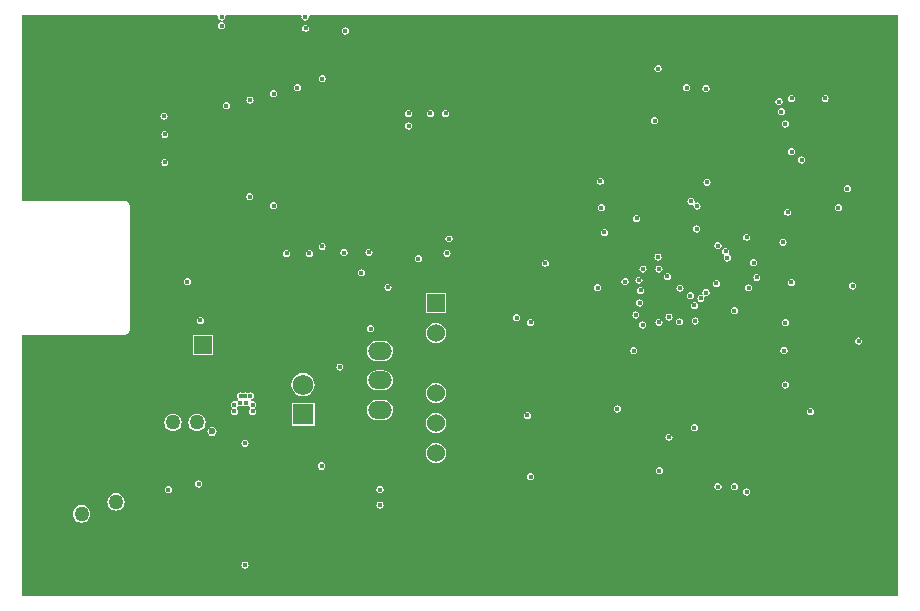
<source format=gbr>
%TF.GenerationSoftware,Altium Limited,Altium Designer,24.9.1 (31)*%
G04 Layer_Physical_Order=2*
G04 Layer_Color=36540*
%FSLAX45Y45*%
%MOMM*%
%TF.SameCoordinates,30E74C37-C7CC-4F87-9207-2BD30A255DAA*%
%TF.FilePolarity,Positive*%
%TF.FileFunction,Copper,L2,Inr,Signal*%
%TF.Part,Single*%
G01*
G75*
%TA.AperFunction,ComponentPad*%
%ADD54O,1.20000X1.70000*%
%ADD55O,1.00000X1.40000*%
%ADD56O,2.00000X1.50000*%
%ADD57R,2.00000X1.50000*%
%ADD58C,1.52400*%
%ADD59R,1.52400X1.52400*%
%ADD60R,1.75000X1.75000*%
%ADD61C,1.75000*%
%TA.AperFunction,ViaPad*%
%ADD62C,3.40000*%
%ADD63C,0.40000*%
%ADD64C,1.27000*%
%ADD65C,0.60000*%
%ADD66C,0.45000*%
G36*
X-184913Y-1212701D02*
X-7603349D01*
Y998051D01*
X-6733740D01*
X-6718133Y1001155D01*
X-6704901Y1009996D01*
X-6696061Y1023227D01*
X-6692956Y1038834D01*
Y2088140D01*
X-6696061Y2103747D01*
X-6704901Y2116978D01*
X-6718133Y2125819D01*
X-6733740Y2128924D01*
X-7603349D01*
Y3705735D01*
X-5951396D01*
X-5943336Y3693035D01*
X-5944632Y3686518D01*
X-5942303Y3674813D01*
X-5935673Y3664890D01*
X-5925749Y3658259D01*
X-5914044Y3655931D01*
X-5902339Y3658259D01*
X-5892415Y3664890D01*
X-5885785Y3674813D01*
X-5883456Y3686518D01*
X-5884753Y3693035D01*
X-5876692Y3705735D01*
X-5243774D01*
X-5235713Y3693035D01*
X-5237010Y3686518D01*
X-5234681Y3674813D01*
X-5228051Y3664890D01*
X-5218127Y3658259D01*
X-5206422Y3655931D01*
X-5194717Y3658259D01*
X-5184793Y3664890D01*
X-5178163Y3674813D01*
X-5175834Y3686518D01*
X-5177130Y3693035D01*
X-5169070Y3705735D01*
X-184913D01*
Y-1212701D01*
D02*
G37*
%LPC*%
G36*
X-5914044Y3642988D02*
X-5925749Y3640659D01*
X-5935673Y3634029D01*
X-5942303Y3624105D01*
X-5944632Y3612400D01*
X-5942303Y3600695D01*
X-5935673Y3590771D01*
X-5925749Y3584141D01*
X-5914044Y3581812D01*
X-5902339Y3584141D01*
X-5892415Y3590771D01*
X-5885785Y3600695D01*
X-5883456Y3612400D01*
X-5885785Y3624105D01*
X-5892415Y3634029D01*
X-5902339Y3640659D01*
X-5914044Y3642988D01*
D02*
G37*
G36*
X-5203040Y3622988D02*
X-5214745Y3620659D01*
X-5224669Y3614029D01*
X-5231299Y3604105D01*
X-5233628Y3592400D01*
X-5231299Y3580695D01*
X-5224669Y3570771D01*
X-5214745Y3564141D01*
X-5203040Y3561812D01*
X-5191335Y3564141D01*
X-5181411Y3570771D01*
X-5174781Y3580695D01*
X-5172452Y3592400D01*
X-5174781Y3604105D01*
X-5181411Y3614029D01*
X-5191335Y3620659D01*
X-5203040Y3622988D01*
D02*
G37*
G36*
X-4864556Y3599288D02*
X-4876261Y3596959D01*
X-4886185Y3590329D01*
X-4892815Y3580405D01*
X-4895144Y3568700D01*
X-4892815Y3556995D01*
X-4886185Y3547071D01*
X-4876261Y3540441D01*
X-4864556Y3538112D01*
X-4852851Y3540441D01*
X-4842927Y3547071D01*
X-4836297Y3556995D01*
X-4833968Y3568700D01*
X-4836297Y3580405D01*
X-4842927Y3590329D01*
X-4852851Y3596959D01*
X-4864556Y3599288D01*
D02*
G37*
G36*
X-2217722Y3278593D02*
X-2229427Y3276264D01*
X-2239351Y3269634D01*
X-2245981Y3259711D01*
X-2248309Y3248005D01*
X-2245981Y3236300D01*
X-2239351Y3226376D01*
X-2229427Y3219746D01*
X-2217722Y3217417D01*
X-2206016Y3219746D01*
X-2196093Y3226376D01*
X-2189462Y3236300D01*
X-2187134Y3248005D01*
X-2189462Y3259711D01*
X-2196093Y3269634D01*
X-2206016Y3276264D01*
X-2217722Y3278593D01*
D02*
G37*
G36*
X-5062278Y3196408D02*
X-5073983Y3194080D01*
X-5083907Y3187449D01*
X-5090537Y3177526D01*
X-5092866Y3165820D01*
X-5090537Y3154115D01*
X-5083907Y3144192D01*
X-5073983Y3137561D01*
X-5062278Y3135233D01*
X-5050573Y3137561D01*
X-5040649Y3144192D01*
X-5034019Y3154115D01*
X-5031690Y3165820D01*
X-5034019Y3177526D01*
X-5040649Y3187449D01*
X-5050573Y3194080D01*
X-5062278Y3196408D01*
D02*
G37*
G36*
X-1974522Y3117797D02*
X-1986227Y3115468D01*
X-1996151Y3108838D01*
X-2002781Y3098914D01*
X-2005110Y3087209D01*
X-2002781Y3075504D01*
X-1996151Y3065580D01*
X-1986227Y3058950D01*
X-1974522Y3056621D01*
X-1962816Y3058950D01*
X-1952893Y3065580D01*
X-1946263Y3075504D01*
X-1943934Y3087209D01*
X-1946263Y3098914D01*
X-1952893Y3108838D01*
X-1962816Y3115468D01*
X-1974522Y3117797D01*
D02*
G37*
G36*
X-5273040D02*
X-5284745Y3115468D01*
X-5294669Y3108838D01*
X-5301299Y3098914D01*
X-5303628Y3087209D01*
X-5301299Y3075504D01*
X-5294669Y3065580D01*
X-5284745Y3058950D01*
X-5273040Y3056621D01*
X-5261335Y3058950D01*
X-5251411Y3065580D01*
X-5244781Y3075504D01*
X-5242452Y3087209D01*
X-5244781Y3098914D01*
X-5251411Y3108838D01*
X-5261335Y3115468D01*
X-5273040Y3117797D01*
D02*
G37*
G36*
X-1812489Y3109699D02*
X-1824194Y3107371D01*
X-1834118Y3100741D01*
X-1840748Y3090817D01*
X-1843077Y3079112D01*
X-1840748Y3067406D01*
X-1834118Y3057483D01*
X-1824194Y3050852D01*
X-1812489Y3048524D01*
X-1800784Y3050852D01*
X-1790860Y3057483D01*
X-1784230Y3067406D01*
X-1781901Y3079112D01*
X-1784230Y3090817D01*
X-1790860Y3100741D01*
X-1800784Y3107371D01*
X-1812489Y3109699D01*
D02*
G37*
G36*
X-5473040Y3067199D02*
X-5484745Y3064871D01*
X-5494668Y3058241D01*
X-5501299Y3048317D01*
X-5503627Y3036612D01*
X-5501299Y3024906D01*
X-5494668Y3014983D01*
X-5484745Y3008352D01*
X-5473040Y3006024D01*
X-5461334Y3008352D01*
X-5451411Y3014983D01*
X-5444780Y3024906D01*
X-5442452Y3036612D01*
X-5444780Y3048317D01*
X-5451411Y3058241D01*
X-5461334Y3064871D01*
X-5473040Y3067199D01*
D02*
G37*
G36*
X-803460Y3027741D02*
X-815165Y3025413D01*
X-825089Y3018782D01*
X-831719Y3008859D01*
X-834048Y2997154D01*
X-831719Y2985448D01*
X-825089Y2975525D01*
X-815165Y2968894D01*
X-803460Y2966566D01*
X-791755Y2968894D01*
X-781831Y2975525D01*
X-775201Y2985448D01*
X-772872Y2997154D01*
X-775201Y3008859D01*
X-781831Y3018782D01*
X-791755Y3025413D01*
X-803460Y3027741D01*
D02*
G37*
G36*
X-1085680D02*
X-1097385Y3025413D01*
X-1107309Y3018782D01*
X-1113939Y3008859D01*
X-1116268Y2997154D01*
X-1113939Y2985448D01*
X-1107309Y2975525D01*
X-1097385Y2968894D01*
X-1085680Y2966566D01*
X-1073975Y2968894D01*
X-1064051Y2975525D01*
X-1057421Y2985448D01*
X-1055092Y2997154D01*
X-1057421Y3008859D01*
X-1064051Y3018782D01*
X-1073975Y3025413D01*
X-1085680Y3027741D01*
D02*
G37*
G36*
X-5673039Y3014728D02*
X-5684745Y3012399D01*
X-5694668Y3005769D01*
X-5701298Y2995845D01*
X-5703627Y2984140D01*
X-5701298Y2972435D01*
X-5694668Y2962511D01*
X-5684745Y2955881D01*
X-5673039Y2953552D01*
X-5661334Y2955881D01*
X-5651410Y2962511D01*
X-5644780Y2972435D01*
X-5642452Y2984140D01*
X-5644780Y2995845D01*
X-5651410Y3005769D01*
X-5661334Y3012399D01*
X-5673039Y3014728D01*
D02*
G37*
G36*
X-1193272Y3000300D02*
X-1204978Y2997971D01*
X-1214901Y2991341D01*
X-1221532Y2981417D01*
X-1223860Y2969712D01*
X-1221532Y2958007D01*
X-1214901Y2948083D01*
X-1204978Y2941453D01*
X-1193272Y2939124D01*
X-1181567Y2941453D01*
X-1171644Y2948083D01*
X-1165013Y2958007D01*
X-1162685Y2969712D01*
X-1165013Y2981417D01*
X-1171644Y2991341D01*
X-1181567Y2997971D01*
X-1193272Y3000300D01*
D02*
G37*
G36*
X-5872522Y2966758D02*
X-5884227Y2964429D01*
X-5894151Y2957799D01*
X-5900781Y2947875D01*
X-5903109Y2936170D01*
X-5900781Y2924465D01*
X-5894151Y2914541D01*
X-5884227Y2907911D01*
X-5872522Y2905582D01*
X-5860816Y2907911D01*
X-5850893Y2914541D01*
X-5844262Y2924465D01*
X-5841934Y2936170D01*
X-5844262Y2947875D01*
X-5850893Y2957799D01*
X-5860816Y2964429D01*
X-5872522Y2966758D01*
D02*
G37*
G36*
X-1175093Y2914945D02*
X-1186798Y2912617D01*
X-1196722Y2905986D01*
X-1203352Y2896063D01*
X-1205680Y2884357D01*
X-1203352Y2872652D01*
X-1196722Y2862729D01*
X-1186798Y2856098D01*
X-1175093Y2853770D01*
X-1163387Y2856098D01*
X-1153464Y2862729D01*
X-1146833Y2872652D01*
X-1144505Y2884357D01*
X-1146833Y2896063D01*
X-1153464Y2905986D01*
X-1163387Y2912617D01*
X-1175093Y2914945D01*
D02*
G37*
G36*
X-4016094Y2901468D02*
X-4027800Y2899139D01*
X-4037723Y2892509D01*
X-4044354Y2882585D01*
X-4046682Y2870880D01*
X-4044354Y2859175D01*
X-4037723Y2849251D01*
X-4027800Y2842621D01*
X-4016094Y2840292D01*
X-4004389Y2842621D01*
X-3994465Y2849251D01*
X-3987835Y2859175D01*
X-3985507Y2870880D01*
X-3987835Y2882585D01*
X-3994465Y2892509D01*
X-4004389Y2899139D01*
X-4016094Y2901468D01*
D02*
G37*
G36*
X-4146690D02*
X-4158396Y2899139D01*
X-4168319Y2892509D01*
X-4174949Y2882585D01*
X-4177278Y2870880D01*
X-4174949Y2859175D01*
X-4168319Y2849251D01*
X-4158396Y2842621D01*
X-4146690Y2840292D01*
X-4134985Y2842621D01*
X-4125061Y2849251D01*
X-4118431Y2859175D01*
X-4116103Y2870880D01*
X-4118431Y2882585D01*
X-4125061Y2892509D01*
X-4134985Y2899139D01*
X-4146690Y2901468D01*
D02*
G37*
G36*
X-4328514D02*
X-4340220Y2899139D01*
X-4350143Y2892509D01*
X-4356774Y2882585D01*
X-4359102Y2870880D01*
X-4356774Y2859175D01*
X-4350143Y2849251D01*
X-4340220Y2842621D01*
X-4328514Y2840292D01*
X-4316809Y2842621D01*
X-4306885Y2849251D01*
X-4300255Y2859175D01*
X-4297927Y2870880D01*
X-4300255Y2882585D01*
X-4306885Y2892509D01*
X-4316809Y2899139D01*
X-4328514Y2901468D01*
D02*
G37*
G36*
X-6401240Y2877928D02*
X-6412945Y2875599D01*
X-6422869Y2868969D01*
X-6429499Y2859045D01*
X-6431828Y2847340D01*
X-6429499Y2835635D01*
X-6422869Y2825711D01*
X-6412945Y2819081D01*
X-6401240Y2816752D01*
X-6389535Y2819081D01*
X-6379611Y2825711D01*
X-6372981Y2835635D01*
X-6370652Y2847340D01*
X-6372981Y2859045D01*
X-6379611Y2868969D01*
X-6389535Y2875599D01*
X-6401240Y2877928D01*
D02*
G37*
G36*
X-2246006Y2838888D02*
X-2257711Y2836559D01*
X-2267635Y2829929D01*
X-2274265Y2820005D01*
X-2276594Y2808300D01*
X-2274265Y2796595D01*
X-2267635Y2786671D01*
X-2257711Y2780041D01*
X-2246006Y2777712D01*
X-2234301Y2780041D01*
X-2224377Y2786671D01*
X-2217747Y2796595D01*
X-2215418Y2808300D01*
X-2217747Y2820005D01*
X-2224377Y2829929D01*
X-2234301Y2836559D01*
X-2246006Y2838888D01*
D02*
G37*
G36*
X-1139210Y2811888D02*
X-1150915Y2809559D01*
X-1160839Y2802929D01*
X-1167469Y2793005D01*
X-1169798Y2781300D01*
X-1167469Y2769595D01*
X-1160839Y2759671D01*
X-1150915Y2753041D01*
X-1139210Y2750712D01*
X-1127505Y2753041D01*
X-1117581Y2759671D01*
X-1110951Y2769595D01*
X-1108622Y2781300D01*
X-1110951Y2793005D01*
X-1117581Y2802929D01*
X-1127505Y2809559D01*
X-1139210Y2811888D01*
D02*
G37*
G36*
X-4328514Y2794108D02*
X-4340220Y2791779D01*
X-4350143Y2785149D01*
X-4356774Y2775225D01*
X-4359102Y2763520D01*
X-4356774Y2751815D01*
X-4350143Y2741891D01*
X-4340220Y2735261D01*
X-4328514Y2732932D01*
X-4316809Y2735261D01*
X-4306885Y2741891D01*
X-4300255Y2751815D01*
X-4297927Y2763520D01*
X-4300255Y2775225D01*
X-4306885Y2785149D01*
X-4316809Y2791779D01*
X-4328514Y2794108D01*
D02*
G37*
G36*
X-6393740Y2724728D02*
X-6405445Y2722399D01*
X-6415369Y2715769D01*
X-6421999Y2705845D01*
X-6424328Y2694140D01*
X-6421999Y2682435D01*
X-6415369Y2672511D01*
X-6405445Y2665881D01*
X-6393740Y2663552D01*
X-6382034Y2665881D01*
X-6372111Y2672511D01*
X-6365481Y2682435D01*
X-6363152Y2694140D01*
X-6365481Y2705845D01*
X-6372111Y2715769D01*
X-6382034Y2722399D01*
X-6393740Y2724728D01*
D02*
G37*
G36*
X-1085680Y2577149D02*
X-1097385Y2574820D01*
X-1107309Y2568190D01*
X-1113939Y2558266D01*
X-1116268Y2546561D01*
X-1113939Y2534856D01*
X-1107309Y2524932D01*
X-1097385Y2518302D01*
X-1085680Y2515973D01*
X-1073975Y2518302D01*
X-1064051Y2524932D01*
X-1057421Y2534856D01*
X-1055092Y2546561D01*
X-1057421Y2558266D01*
X-1064051Y2568190D01*
X-1073975Y2574820D01*
X-1085680Y2577149D01*
D02*
G37*
G36*
X-1003300Y2507088D02*
X-1015005Y2504759D01*
X-1024929Y2498129D01*
X-1031559Y2488205D01*
X-1033888Y2476500D01*
X-1031559Y2464795D01*
X-1024929Y2454871D01*
X-1015005Y2448241D01*
X-1003300Y2445912D01*
X-991595Y2448241D01*
X-981671Y2454871D01*
X-975041Y2464795D01*
X-972712Y2476500D01*
X-975041Y2488205D01*
X-981671Y2498129D01*
X-991595Y2504759D01*
X-1003300Y2507088D01*
D02*
G37*
G36*
X-6393740Y2486228D02*
X-6405445Y2483899D01*
X-6415369Y2477269D01*
X-6421999Y2467345D01*
X-6424328Y2455640D01*
X-6421999Y2443935D01*
X-6415369Y2434011D01*
X-6405445Y2427381D01*
X-6393740Y2425052D01*
X-6382034Y2427381D01*
X-6372111Y2434011D01*
X-6365481Y2443935D01*
X-6363152Y2455640D01*
X-6365481Y2467345D01*
X-6372111Y2477269D01*
X-6382034Y2483899D01*
X-6393740Y2486228D01*
D02*
G37*
G36*
X-2707240Y2327525D02*
X-2718945Y2325197D01*
X-2728869Y2318566D01*
X-2735499Y2308643D01*
X-2737828Y2296937D01*
X-2735499Y2285232D01*
X-2728869Y2275308D01*
X-2718945Y2268678D01*
X-2707240Y2266350D01*
X-2695535Y2268678D01*
X-2685611Y2275308D01*
X-2678981Y2285232D01*
X-2676652Y2296937D01*
X-2678981Y2308643D01*
X-2685611Y2318566D01*
X-2695535Y2325197D01*
X-2707240Y2327525D01*
D02*
G37*
G36*
X-1803400Y2316588D02*
X-1815105Y2314259D01*
X-1825029Y2307629D01*
X-1831659Y2297705D01*
X-1833988Y2286000D01*
X-1831659Y2274295D01*
X-1825029Y2264371D01*
X-1815105Y2257741D01*
X-1803400Y2255412D01*
X-1791695Y2257741D01*
X-1781771Y2264371D01*
X-1775141Y2274295D01*
X-1772812Y2286000D01*
X-1775141Y2297705D01*
X-1781771Y2307629D01*
X-1791695Y2314259D01*
X-1803400Y2316588D01*
D02*
G37*
G36*
X-616327Y2265067D02*
X-628032Y2262739D01*
X-637956Y2256108D01*
X-644586Y2246185D01*
X-646915Y2234479D01*
X-644586Y2222774D01*
X-637956Y2212851D01*
X-628032Y2206220D01*
X-616327Y2203892D01*
X-604622Y2206220D01*
X-594698Y2212851D01*
X-588068Y2222774D01*
X-585739Y2234479D01*
X-588068Y2246185D01*
X-594698Y2256108D01*
X-604622Y2262739D01*
X-616327Y2265067D01*
D02*
G37*
G36*
X-5674360Y2197208D02*
X-5686065Y2194879D01*
X-5695989Y2188249D01*
X-5702619Y2178325D01*
X-5704948Y2166620D01*
X-5702619Y2154915D01*
X-5695989Y2144991D01*
X-5686065Y2138361D01*
X-5674360Y2136032D01*
X-5662655Y2138361D01*
X-5652731Y2144991D01*
X-5646101Y2154915D01*
X-5643772Y2166620D01*
X-5646101Y2178325D01*
X-5652731Y2188249D01*
X-5662655Y2194879D01*
X-5674360Y2197208D01*
D02*
G37*
G36*
X-5473040Y2118728D02*
X-5484745Y2116399D01*
X-5494668Y2109769D01*
X-5501299Y2099845D01*
X-5503627Y2088140D01*
X-5501299Y2076435D01*
X-5494668Y2066511D01*
X-5484745Y2059881D01*
X-5473040Y2057552D01*
X-5461334Y2059881D01*
X-5451411Y2066511D01*
X-5444780Y2076435D01*
X-5442452Y2088140D01*
X-5444780Y2099845D01*
X-5451411Y2109769D01*
X-5461334Y2116399D01*
X-5473040Y2118728D01*
D02*
G37*
G36*
X-1939123Y2155464D02*
X-1950829Y2153136D01*
X-1960752Y2146505D01*
X-1967383Y2136582D01*
X-1969711Y2124877D01*
X-1967383Y2113171D01*
X-1960752Y2103248D01*
X-1950829Y2096617D01*
X-1939123Y2094289D01*
X-1928585Y2096385D01*
X-1923538Y2093363D01*
X-1917281Y2088116D01*
X-1917737Y2085824D01*
X-1915408Y2074119D01*
X-1908778Y2064196D01*
X-1898854Y2057565D01*
X-1887149Y2055237D01*
X-1875444Y2057565D01*
X-1865520Y2064196D01*
X-1858890Y2074119D01*
X-1856561Y2085824D01*
X-1858890Y2097530D01*
X-1865520Y2107453D01*
X-1875444Y2114084D01*
X-1887149Y2116412D01*
X-1897688Y2114316D01*
X-1902735Y2117338D01*
X-1908992Y2122585D01*
X-1908536Y2124877D01*
X-1910864Y2136582D01*
X-1917495Y2146505D01*
X-1927418Y2153136D01*
X-1939123Y2155464D01*
D02*
G37*
G36*
X-2697440Y2104146D02*
X-2709145Y2101817D01*
X-2719069Y2095187D01*
X-2725699Y2085264D01*
X-2728028Y2073558D01*
X-2725699Y2061853D01*
X-2719069Y2051929D01*
X-2709145Y2045299D01*
X-2697440Y2042971D01*
X-2685735Y2045299D01*
X-2675811Y2051929D01*
X-2669181Y2061853D01*
X-2666852Y2073558D01*
X-2669181Y2085264D01*
X-2675811Y2095187D01*
X-2685735Y2101817D01*
X-2697440Y2104146D01*
D02*
G37*
G36*
X-691800Y2102340D02*
X-703505Y2100012D01*
X-713429Y2093382D01*
X-720059Y2083458D01*
X-722388Y2071753D01*
X-720059Y2060047D01*
X-713429Y2050124D01*
X-703505Y2043493D01*
X-691800Y2041165D01*
X-680095Y2043493D01*
X-670171Y2050124D01*
X-663541Y2060047D01*
X-661212Y2071753D01*
X-663541Y2083458D01*
X-670171Y2093382D01*
X-680095Y2100012D01*
X-691800Y2102340D01*
D02*
G37*
G36*
X-1121644Y2065146D02*
X-1133350Y2062818D01*
X-1143273Y2056188D01*
X-1149904Y2046264D01*
X-1152232Y2034559D01*
X-1149904Y2022853D01*
X-1143273Y2012930D01*
X-1133350Y2006300D01*
X-1121644Y2003971D01*
X-1109939Y2006300D01*
X-1100016Y2012930D01*
X-1093385Y2022853D01*
X-1091057Y2034559D01*
X-1093385Y2046264D01*
X-1100016Y2056188D01*
X-1109939Y2062818D01*
X-1121644Y2065146D01*
D02*
G37*
G36*
X-2400300Y2011788D02*
X-2412005Y2009459D01*
X-2421929Y2002829D01*
X-2428559Y1992905D01*
X-2430888Y1981200D01*
X-2428559Y1969495D01*
X-2421929Y1959571D01*
X-2412005Y1952941D01*
X-2400300Y1950612D01*
X-2388595Y1952941D01*
X-2378671Y1959571D01*
X-2372041Y1969495D01*
X-2369712Y1981200D01*
X-2372041Y1992905D01*
X-2378671Y2002829D01*
X-2388595Y2009459D01*
X-2400300Y2011788D01*
D02*
G37*
G36*
X-1891997Y1922518D02*
X-1903702Y1920190D01*
X-1913626Y1913560D01*
X-1920256Y1903636D01*
X-1922585Y1891931D01*
X-1920256Y1880225D01*
X-1913626Y1870302D01*
X-1903702Y1863671D01*
X-1891997Y1861343D01*
X-1880292Y1863671D01*
X-1870368Y1870302D01*
X-1863738Y1880225D01*
X-1861409Y1891931D01*
X-1863738Y1903636D01*
X-1870368Y1913560D01*
X-1880292Y1920190D01*
X-1891997Y1922518D01*
D02*
G37*
G36*
X-2672440Y1893762D02*
X-2684146Y1891434D01*
X-2694069Y1884803D01*
X-2700699Y1874880D01*
X-2703028Y1863174D01*
X-2700699Y1851469D01*
X-2694069Y1841545D01*
X-2684146Y1834915D01*
X-2672440Y1832587D01*
X-2660735Y1834915D01*
X-2650811Y1841545D01*
X-2644181Y1851469D01*
X-2641852Y1863174D01*
X-2644181Y1874880D01*
X-2650811Y1884803D01*
X-2660735Y1891434D01*
X-2672440Y1893762D01*
D02*
G37*
G36*
X-1466500Y1853557D02*
X-1478205Y1851229D01*
X-1488129Y1844598D01*
X-1494759Y1834675D01*
X-1497088Y1822969D01*
X-1494759Y1811264D01*
X-1488129Y1801341D01*
X-1478205Y1794710D01*
X-1466500Y1792382D01*
X-1454795Y1794710D01*
X-1444871Y1801341D01*
X-1438241Y1811264D01*
X-1435912Y1822969D01*
X-1438241Y1834675D01*
X-1444871Y1844598D01*
X-1454795Y1851229D01*
X-1466500Y1853557D01*
D02*
G37*
G36*
X-3987593Y1838873D02*
X-3999298Y1836544D01*
X-4009222Y1829914D01*
X-4015852Y1819990D01*
X-4018180Y1808285D01*
X-4015852Y1796580D01*
X-4009222Y1786656D01*
X-3999298Y1780026D01*
X-3987593Y1777697D01*
X-3975887Y1780026D01*
X-3965964Y1786656D01*
X-3959333Y1796580D01*
X-3957005Y1808285D01*
X-3959333Y1819990D01*
X-3965964Y1829914D01*
X-3975887Y1836544D01*
X-3987593Y1838873D01*
D02*
G37*
G36*
X-1160644Y1810588D02*
X-1172350Y1808260D01*
X-1182273Y1801629D01*
X-1188904Y1791706D01*
X-1191232Y1780001D01*
X-1188904Y1768295D01*
X-1182273Y1758372D01*
X-1172350Y1751741D01*
X-1160644Y1749413D01*
X-1148939Y1751741D01*
X-1139016Y1758372D01*
X-1132385Y1768295D01*
X-1130057Y1780001D01*
X-1132385Y1791706D01*
X-1139016Y1801629D01*
X-1148939Y1808260D01*
X-1160644Y1810588D01*
D02*
G37*
G36*
X-1711180Y1782304D02*
X-1722886Y1779976D01*
X-1732809Y1773345D01*
X-1739439Y1763422D01*
X-1741768Y1751716D01*
X-1739439Y1740011D01*
X-1732809Y1730087D01*
X-1722886Y1723457D01*
X-1711180Y1721129D01*
X-1699475Y1723457D01*
X-1689551Y1730087D01*
X-1682921Y1740011D01*
X-1680593Y1751716D01*
X-1682921Y1763422D01*
X-1689551Y1773345D01*
X-1699475Y1779976D01*
X-1711180Y1782304D01*
D02*
G37*
G36*
X-5062278Y1776026D02*
X-5073983Y1773698D01*
X-5083907Y1767068D01*
X-5090537Y1757144D01*
X-5092866Y1745439D01*
X-5090537Y1733733D01*
X-5083907Y1723810D01*
X-5073983Y1717179D01*
X-5062278Y1714851D01*
X-5050573Y1717179D01*
X-5040649Y1723810D01*
X-5034019Y1733733D01*
X-5031690Y1745439D01*
X-5034019Y1757144D01*
X-5040649Y1767068D01*
X-5050573Y1773698D01*
X-5062278Y1776026D01*
D02*
G37*
G36*
X-4666235Y1725735D02*
X-4677941Y1723407D01*
X-4687864Y1716776D01*
X-4694495Y1706853D01*
X-4696823Y1695147D01*
X-4694495Y1683442D01*
X-4687864Y1673519D01*
X-4677941Y1666888D01*
X-4666235Y1664560D01*
X-4654530Y1666888D01*
X-4644606Y1673519D01*
X-4637976Y1683442D01*
X-4635648Y1695147D01*
X-4637976Y1706853D01*
X-4644606Y1716776D01*
X-4654530Y1723407D01*
X-4666235Y1725735D01*
D02*
G37*
G36*
X-4876817Y1722202D02*
X-4888523Y1719873D01*
X-4898446Y1713243D01*
X-4905077Y1703319D01*
X-4907405Y1691614D01*
X-4905077Y1679909D01*
X-4898446Y1669985D01*
X-4888523Y1663355D01*
X-4876817Y1661026D01*
X-4865112Y1663355D01*
X-4855188Y1669985D01*
X-4848558Y1679909D01*
X-4846230Y1691614D01*
X-4848558Y1703319D01*
X-4855188Y1713243D01*
X-4865112Y1719873D01*
X-4876817Y1722202D01*
D02*
G37*
G36*
X-5363903Y1717277D02*
X-5375609Y1714948D01*
X-5385532Y1708318D01*
X-5392163Y1698394D01*
X-5394491Y1686689D01*
X-5392163Y1674984D01*
X-5385532Y1665060D01*
X-5375609Y1658430D01*
X-5363903Y1656101D01*
X-5352198Y1658430D01*
X-5342275Y1665060D01*
X-5335644Y1674984D01*
X-5333316Y1686689D01*
X-5335644Y1698394D01*
X-5342275Y1708318D01*
X-5352198Y1714948D01*
X-5363903Y1717277D01*
D02*
G37*
G36*
X-5171156Y1716187D02*
X-5182861Y1713858D01*
X-5192784Y1707228D01*
X-5199415Y1697304D01*
X-5201743Y1685599D01*
X-5199415Y1673894D01*
X-5192784Y1663970D01*
X-5182861Y1657340D01*
X-5171156Y1655011D01*
X-5159450Y1657340D01*
X-5149527Y1663970D01*
X-5142896Y1673894D01*
X-5140568Y1685599D01*
X-5142896Y1697304D01*
X-5149527Y1707228D01*
X-5159450Y1713858D01*
X-5171156Y1716187D01*
D02*
G37*
G36*
X-4005379Y1715414D02*
X-4017084Y1713085D01*
X-4027007Y1706455D01*
X-4033638Y1696531D01*
X-4035966Y1684826D01*
X-4033638Y1673121D01*
X-4027007Y1663197D01*
X-4017084Y1656567D01*
X-4005379Y1654238D01*
X-3993673Y1656567D01*
X-3983750Y1663197D01*
X-3977119Y1673121D01*
X-3974791Y1684826D01*
X-3977119Y1696531D01*
X-3983750Y1706455D01*
X-3993673Y1713085D01*
X-4005379Y1715414D01*
D02*
G37*
G36*
X-2218995Y1685113D02*
X-2230700Y1682784D01*
X-2240624Y1676154D01*
X-2247254Y1666230D01*
X-2249583Y1654525D01*
X-2247254Y1642820D01*
X-2240624Y1632896D01*
X-2230700Y1626266D01*
X-2218995Y1623937D01*
X-2207290Y1626266D01*
X-2197366Y1632896D01*
X-2190736Y1642820D01*
X-2188407Y1654525D01*
X-2190736Y1666230D01*
X-2197366Y1676154D01*
X-2207290Y1682784D01*
X-2218995Y1685113D01*
D02*
G37*
G36*
X-1647087Y1734288D02*
X-1658792Y1731959D01*
X-1668715Y1725329D01*
X-1675346Y1715405D01*
X-1677674Y1703700D01*
X-1675346Y1691995D01*
X-1668715Y1682071D01*
X-1661224Y1677066D01*
X-1658623Y1674129D01*
X-1657078Y1662151D01*
X-1659810Y1658061D01*
X-1662139Y1646356D01*
X-1659810Y1634651D01*
X-1653180Y1624727D01*
X-1643257Y1618097D01*
X-1631551Y1615768D01*
X-1619846Y1618097D01*
X-1609922Y1624727D01*
X-1603292Y1634651D01*
X-1600964Y1646356D01*
X-1603292Y1658061D01*
X-1609922Y1667985D01*
X-1617414Y1672990D01*
X-1620015Y1675927D01*
X-1621560Y1687905D01*
X-1618827Y1691995D01*
X-1616499Y1703700D01*
X-1618827Y1715405D01*
X-1625458Y1725329D01*
X-1635381Y1731959D01*
X-1647087Y1734288D01*
D02*
G37*
G36*
X-4247416Y1672349D02*
X-4259122Y1670021D01*
X-4269045Y1663390D01*
X-4275676Y1653467D01*
X-4278004Y1641761D01*
X-4275676Y1630056D01*
X-4269045Y1620132D01*
X-4259122Y1613502D01*
X-4247416Y1611174D01*
X-4235711Y1613502D01*
X-4225788Y1620132D01*
X-4219157Y1630056D01*
X-4216829Y1641761D01*
X-4219157Y1653467D01*
X-4225788Y1663390D01*
X-4235711Y1670021D01*
X-4247416Y1672349D01*
D02*
G37*
G36*
X-1409700Y1638408D02*
X-1421405Y1636079D01*
X-1431329Y1629449D01*
X-1437959Y1619525D01*
X-1440288Y1607820D01*
X-1437959Y1596115D01*
X-1431329Y1586191D01*
X-1421405Y1579561D01*
X-1409700Y1577232D01*
X-1397995Y1579561D01*
X-1388071Y1586191D01*
X-1381441Y1596115D01*
X-1379112Y1607820D01*
X-1381441Y1619525D01*
X-1388071Y1629449D01*
X-1397995Y1636079D01*
X-1409700Y1638408D01*
D02*
G37*
G36*
X-3173340Y1633526D02*
X-3185045Y1631198D01*
X-3194969Y1624567D01*
X-3201599Y1614644D01*
X-3203928Y1602939D01*
X-3201599Y1591233D01*
X-3194969Y1581310D01*
X-3185045Y1574679D01*
X-3173340Y1572351D01*
X-3161635Y1574679D01*
X-3151711Y1581310D01*
X-3145081Y1591233D01*
X-3142752Y1602939D01*
X-3145081Y1614644D01*
X-3151711Y1624567D01*
X-3161635Y1631198D01*
X-3173340Y1633526D01*
D02*
G37*
G36*
X-2345001Y1584314D02*
X-2356706Y1581985D01*
X-2366630Y1575355D01*
X-2373260Y1565431D01*
X-2375589Y1553726D01*
X-2373260Y1542021D01*
X-2366630Y1532097D01*
X-2356706Y1525467D01*
X-2345001Y1523138D01*
X-2333296Y1525467D01*
X-2323372Y1532097D01*
X-2316742Y1542021D01*
X-2314413Y1553726D01*
X-2316742Y1565431D01*
X-2323372Y1575355D01*
X-2333296Y1581985D01*
X-2345001Y1584314D01*
D02*
G37*
G36*
X-2210650Y1583930D02*
X-2222356Y1581602D01*
X-2232279Y1574971D01*
X-2238910Y1565048D01*
X-2241238Y1553342D01*
X-2238910Y1541637D01*
X-2232279Y1531713D01*
X-2222356Y1525083D01*
X-2210650Y1522755D01*
X-2198945Y1525083D01*
X-2189022Y1531713D01*
X-2182391Y1541637D01*
X-2180063Y1553342D01*
X-2182391Y1565048D01*
X-2189022Y1574971D01*
X-2198945Y1581602D01*
X-2210650Y1583930D01*
D02*
G37*
G36*
X-4730541Y1551080D02*
X-4742246Y1548752D01*
X-4752170Y1542121D01*
X-4758800Y1532198D01*
X-4761129Y1520493D01*
X-4758800Y1508787D01*
X-4752170Y1498864D01*
X-4742246Y1492233D01*
X-4730541Y1489905D01*
X-4718836Y1492233D01*
X-4708912Y1498864D01*
X-4702282Y1508787D01*
X-4699953Y1520493D01*
X-4702282Y1532198D01*
X-4708912Y1542121D01*
X-4718836Y1548752D01*
X-4730541Y1551080D01*
D02*
G37*
G36*
X-2140168Y1522796D02*
X-2151874Y1520467D01*
X-2161797Y1513837D01*
X-2168428Y1503913D01*
X-2170756Y1492208D01*
X-2168428Y1480503D01*
X-2161797Y1470579D01*
X-2151874Y1463949D01*
X-2140168Y1461620D01*
X-2128463Y1463949D01*
X-2118540Y1470579D01*
X-2111909Y1480503D01*
X-2109581Y1492208D01*
X-2111909Y1503913D01*
X-2118540Y1513837D01*
X-2128463Y1520467D01*
X-2140168Y1522796D01*
D02*
G37*
G36*
X-1381462Y1513888D02*
X-1393167Y1511559D01*
X-1403090Y1504929D01*
X-1409721Y1495005D01*
X-1412049Y1483300D01*
X-1409721Y1471595D01*
X-1403090Y1461671D01*
X-1393167Y1455041D01*
X-1381462Y1452712D01*
X-1369756Y1455041D01*
X-1359833Y1461671D01*
X-1353202Y1471595D01*
X-1350874Y1483300D01*
X-1353202Y1495005D01*
X-1359833Y1504929D01*
X-1369756Y1511559D01*
X-1381462Y1513888D01*
D02*
G37*
G36*
X-2380322Y1489946D02*
X-2392027Y1487618D01*
X-2401950Y1480987D01*
X-2408581Y1471064D01*
X-2410909Y1459358D01*
X-2408581Y1447653D01*
X-2401950Y1437729D01*
X-2392027Y1431099D01*
X-2380322Y1428771D01*
X-2368616Y1431099D01*
X-2358693Y1437729D01*
X-2352062Y1447653D01*
X-2349734Y1459358D01*
X-2352062Y1471064D01*
X-2358693Y1480987D01*
X-2368616Y1487618D01*
X-2380322Y1489946D01*
D02*
G37*
G36*
X-6202182Y1476987D02*
X-6213887Y1474659D01*
X-6223811Y1468028D01*
X-6230441Y1458105D01*
X-6232769Y1446399D01*
X-6230441Y1434694D01*
X-6223811Y1424771D01*
X-6213887Y1418140D01*
X-6202182Y1415812D01*
X-6190476Y1418140D01*
X-6180553Y1424771D01*
X-6173922Y1434694D01*
X-6171594Y1446399D01*
X-6173922Y1458105D01*
X-6180553Y1468028D01*
X-6190476Y1474659D01*
X-6202182Y1476987D01*
D02*
G37*
G36*
X-2497440Y1475767D02*
X-2509145Y1473439D01*
X-2519069Y1466808D01*
X-2525699Y1456885D01*
X-2528028Y1445179D01*
X-2525699Y1433474D01*
X-2519069Y1423551D01*
X-2509145Y1416920D01*
X-2497440Y1414592D01*
X-2485735Y1416920D01*
X-2475811Y1423551D01*
X-2469181Y1433474D01*
X-2466852Y1445179D01*
X-2469181Y1456885D01*
X-2475811Y1466808D01*
X-2485735Y1473439D01*
X-2497440Y1475767D01*
D02*
G37*
G36*
X-1090080Y1470050D02*
X-1101785Y1467721D01*
X-1111709Y1461091D01*
X-1118339Y1451168D01*
X-1120668Y1439462D01*
X-1118339Y1427757D01*
X-1111709Y1417833D01*
X-1101785Y1411203D01*
X-1090080Y1408874D01*
X-1078375Y1411203D01*
X-1068451Y1417833D01*
X-1061821Y1427757D01*
X-1059492Y1439462D01*
X-1061821Y1451168D01*
X-1068451Y1461091D01*
X-1078375Y1467721D01*
X-1090080Y1470050D01*
D02*
G37*
G36*
X-1725480Y1461699D02*
X-1737185Y1459371D01*
X-1747109Y1452740D01*
X-1753739Y1442817D01*
X-1756068Y1431111D01*
X-1753739Y1419406D01*
X-1747109Y1409483D01*
X-1737185Y1402852D01*
X-1725480Y1400524D01*
X-1713775Y1402852D01*
X-1703851Y1409483D01*
X-1697221Y1419406D01*
X-1694892Y1431111D01*
X-1697221Y1442817D01*
X-1703851Y1452740D01*
X-1713775Y1459371D01*
X-1725480Y1461699D01*
D02*
G37*
G36*
X-569300Y1440308D02*
X-581005Y1437979D01*
X-590929Y1431349D01*
X-597559Y1421425D01*
X-599888Y1409720D01*
X-597559Y1398014D01*
X-590929Y1388091D01*
X-581005Y1381461D01*
X-569300Y1379132D01*
X-557595Y1381461D01*
X-547671Y1388091D01*
X-541041Y1398014D01*
X-538712Y1409720D01*
X-541041Y1421425D01*
X-547671Y1431349D01*
X-557595Y1437979D01*
X-569300Y1440308D01*
D02*
G37*
G36*
X-4505361Y1429287D02*
X-4517066Y1426959D01*
X-4526990Y1420328D01*
X-4533620Y1410405D01*
X-4535949Y1398700D01*
X-4533620Y1386994D01*
X-4526990Y1377071D01*
X-4517066Y1370440D01*
X-4505361Y1368112D01*
X-4493655Y1370440D01*
X-4483732Y1377071D01*
X-4477102Y1386994D01*
X-4474773Y1398700D01*
X-4477102Y1410405D01*
X-4483732Y1420328D01*
X-4493655Y1426959D01*
X-4505361Y1429287D01*
D02*
G37*
G36*
X-2730500Y1426588D02*
X-2742205Y1424259D01*
X-2752129Y1417629D01*
X-2758759Y1407705D01*
X-2761088Y1396000D01*
X-2758759Y1384295D01*
X-2752129Y1374371D01*
X-2742205Y1367741D01*
X-2730500Y1365412D01*
X-2718795Y1367741D01*
X-2708871Y1374371D01*
X-2702241Y1384295D01*
X-2699912Y1396000D01*
X-2702241Y1407705D01*
X-2708871Y1417629D01*
X-2718795Y1424259D01*
X-2730500Y1426588D01*
D02*
G37*
G36*
X-1451461Y1424088D02*
X-1463167Y1421759D01*
X-1473090Y1415129D01*
X-1479721Y1405205D01*
X-1482049Y1393500D01*
X-1479721Y1381795D01*
X-1473090Y1371871D01*
X-1463167Y1365241D01*
X-1451461Y1362912D01*
X-1439756Y1365241D01*
X-1429833Y1371871D01*
X-1423202Y1381795D01*
X-1420874Y1393500D01*
X-1423202Y1405205D01*
X-1429833Y1415129D01*
X-1439756Y1421759D01*
X-1451461Y1424088D01*
D02*
G37*
G36*
X-2032540Y1421708D02*
X-2044245Y1419379D01*
X-2054169Y1412749D01*
X-2060799Y1402825D01*
X-2063127Y1391120D01*
X-2060799Y1379415D01*
X-2054169Y1369491D01*
X-2044245Y1362861D01*
X-2032540Y1360532D01*
X-2020834Y1362861D01*
X-2010911Y1369491D01*
X-2004280Y1379415D01*
X-2001952Y1391120D01*
X-2004280Y1402825D01*
X-2010911Y1412749D01*
X-2020834Y1419379D01*
X-2032540Y1421708D01*
D02*
G37*
G36*
X-2365267Y1403567D02*
X-2376973Y1401239D01*
X-2386896Y1394609D01*
X-2393527Y1384685D01*
X-2395855Y1372980D01*
X-2393527Y1361274D01*
X-2386896Y1351351D01*
X-2376973Y1344720D01*
X-2365267Y1342392D01*
X-2353562Y1344720D01*
X-2343638Y1351351D01*
X-2337008Y1361274D01*
X-2334680Y1372980D01*
X-2337008Y1384685D01*
X-2343638Y1394609D01*
X-2353562Y1401239D01*
X-2365267Y1403567D01*
D02*
G37*
G36*
X-1812489Y1383810D02*
X-1824194Y1381481D01*
X-1834118Y1374851D01*
X-1840748Y1364927D01*
X-1843077Y1353222D01*
X-1841571Y1345653D01*
X-1848620Y1336467D01*
X-1851358Y1334710D01*
X-1855880Y1335609D01*
X-1867585Y1333281D01*
X-1877509Y1326651D01*
X-1884139Y1316727D01*
X-1886468Y1305022D01*
X-1884139Y1293316D01*
X-1877509Y1283393D01*
X-1867585Y1276762D01*
X-1855880Y1274434D01*
X-1844175Y1276762D01*
X-1834251Y1283393D01*
X-1827621Y1293316D01*
X-1825292Y1305022D01*
X-1826798Y1312590D01*
X-1819749Y1321777D01*
X-1817011Y1323534D01*
X-1812489Y1322634D01*
X-1800784Y1324963D01*
X-1790860Y1331593D01*
X-1784230Y1341516D01*
X-1781901Y1353222D01*
X-1784230Y1364927D01*
X-1790860Y1374851D01*
X-1800784Y1381481D01*
X-1812489Y1383810D01*
D02*
G37*
G36*
X-1945325Y1357596D02*
X-1957030Y1355268D01*
X-1966954Y1348638D01*
X-1973584Y1338714D01*
X-1975913Y1327009D01*
X-1973584Y1315303D01*
X-1966954Y1305380D01*
X-1957030Y1298749D01*
X-1945325Y1296421D01*
X-1933620Y1298749D01*
X-1923696Y1305380D01*
X-1917066Y1315303D01*
X-1914737Y1327009D01*
X-1917066Y1338714D01*
X-1923696Y1348638D01*
X-1933620Y1355268D01*
X-1945325Y1357596D01*
D02*
G37*
G36*
X-2373187Y1296522D02*
X-2384892Y1294193D01*
X-2394816Y1287563D01*
X-2401446Y1277639D01*
X-2403775Y1265934D01*
X-2401446Y1254229D01*
X-2394816Y1244305D01*
X-2384892Y1237675D01*
X-2373187Y1235346D01*
X-2361482Y1237675D01*
X-2351558Y1244305D01*
X-2344928Y1254229D01*
X-2342599Y1265934D01*
X-2344928Y1277639D01*
X-2351558Y1287563D01*
X-2361482Y1294193D01*
X-2373187Y1296522D01*
D02*
G37*
G36*
X-1910898Y1277523D02*
X-1922603Y1275195D01*
X-1932526Y1268564D01*
X-1939157Y1258641D01*
X-1941485Y1246936D01*
X-1939157Y1235230D01*
X-1932526Y1225307D01*
X-1922603Y1218676D01*
X-1910898Y1216348D01*
X-1899192Y1218676D01*
X-1889269Y1225307D01*
X-1882638Y1235230D01*
X-1880310Y1246936D01*
X-1882638Y1258641D01*
X-1889269Y1268564D01*
X-1899192Y1275195D01*
X-1910898Y1277523D01*
D02*
G37*
G36*
X-4013394Y1352700D02*
X-4185794D01*
Y1180300D01*
X-4013394D01*
Y1352700D01*
D02*
G37*
G36*
X-1571180Y1232395D02*
X-1582886Y1230067D01*
X-1592809Y1223436D01*
X-1599440Y1213513D01*
X-1601768Y1201808D01*
X-1599440Y1190102D01*
X-1592809Y1180179D01*
X-1582886Y1173548D01*
X-1571180Y1171220D01*
X-1559475Y1173548D01*
X-1549551Y1180179D01*
X-1542921Y1190102D01*
X-1540593Y1201808D01*
X-1542921Y1213513D01*
X-1549551Y1223436D01*
X-1559475Y1230067D01*
X-1571180Y1232395D01*
D02*
G37*
G36*
X-2405980Y1194790D02*
X-2417685Y1192462D01*
X-2427609Y1185832D01*
X-2434239Y1175908D01*
X-2436568Y1164203D01*
X-2434239Y1152497D01*
X-2427609Y1142574D01*
X-2417685Y1135943D01*
X-2405980Y1133615D01*
X-2394275Y1135943D01*
X-2384351Y1142574D01*
X-2377721Y1152497D01*
X-2375392Y1164203D01*
X-2377721Y1175908D01*
X-2384351Y1185832D01*
X-2394275Y1192462D01*
X-2405980Y1194790D01*
D02*
G37*
G36*
X-2125240Y1177374D02*
X-2136945Y1175046D01*
X-2146868Y1168415D01*
X-2153499Y1158492D01*
X-2155827Y1146786D01*
X-2153499Y1135081D01*
X-2146868Y1125158D01*
X-2136945Y1118527D01*
X-2125240Y1116199D01*
X-2113534Y1118527D01*
X-2103611Y1125158D01*
X-2096980Y1135081D01*
X-2094652Y1146786D01*
X-2096980Y1158492D01*
X-2103611Y1168415D01*
X-2113534Y1175046D01*
X-2125240Y1177374D01*
D02*
G37*
G36*
X-3415743Y1171225D02*
X-3427448Y1168897D01*
X-3437372Y1162266D01*
X-3444002Y1152343D01*
X-3446331Y1140637D01*
X-3444002Y1128932D01*
X-3437372Y1119008D01*
X-3427448Y1112378D01*
X-3415743Y1110050D01*
X-3404038Y1112378D01*
X-3394114Y1119008D01*
X-3387484Y1128932D01*
X-3385155Y1140637D01*
X-3387484Y1152343D01*
X-3394114Y1162266D01*
X-3404038Y1168897D01*
X-3415743Y1171225D01*
D02*
G37*
G36*
X-6092928Y1148777D02*
X-6104633Y1146449D01*
X-6114557Y1139818D01*
X-6121187Y1129895D01*
X-6123516Y1118190D01*
X-6121187Y1106484D01*
X-6114557Y1096561D01*
X-6104633Y1089930D01*
X-6092928Y1087602D01*
X-6081223Y1089930D01*
X-6071299Y1096561D01*
X-6064669Y1106484D01*
X-6062340Y1118190D01*
X-6064669Y1129895D01*
X-6071299Y1139818D01*
X-6081223Y1146449D01*
X-6092928Y1148777D01*
D02*
G37*
G36*
X-1904120Y1143433D02*
X-1915825Y1141104D01*
X-1925749Y1134474D01*
X-1932379Y1124550D01*
X-1934708Y1112845D01*
X-1932379Y1101140D01*
X-1925749Y1091216D01*
X-1915825Y1084586D01*
X-1904120Y1082257D01*
X-1892415Y1084586D01*
X-1882491Y1091216D01*
X-1875861Y1101140D01*
X-1873532Y1112845D01*
X-1875861Y1124550D01*
X-1882491Y1134474D01*
X-1892415Y1141104D01*
X-1904120Y1143433D01*
D02*
G37*
G36*
X-2038541Y1136268D02*
X-2050246Y1133939D01*
X-2060170Y1127309D01*
X-2066800Y1117385D01*
X-2069128Y1105680D01*
X-2066800Y1093975D01*
X-2060170Y1084051D01*
X-2050246Y1077421D01*
X-2038541Y1075092D01*
X-2026835Y1077421D01*
X-2016912Y1084051D01*
X-2010281Y1093975D01*
X-2007953Y1105680D01*
X-2010281Y1117385D01*
X-2016912Y1127309D01*
X-2026835Y1133939D01*
X-2038541Y1136268D01*
D02*
G37*
G36*
X-2210650Y1130943D02*
X-2222356Y1128614D01*
X-2232279Y1121984D01*
X-2238910Y1112060D01*
X-2241238Y1100355D01*
X-2238910Y1088650D01*
X-2232279Y1078726D01*
X-2222356Y1072096D01*
X-2210650Y1069767D01*
X-2198945Y1072096D01*
X-2189022Y1078726D01*
X-2182391Y1088650D01*
X-2180063Y1100355D01*
X-2182391Y1112060D01*
X-2189022Y1121984D01*
X-2198945Y1128614D01*
X-2210650Y1130943D01*
D02*
G37*
G36*
X-3296457D02*
X-3308163Y1128614D01*
X-3318086Y1121984D01*
X-3324716Y1112060D01*
X-3327045Y1100355D01*
X-3324716Y1088650D01*
X-3318086Y1078726D01*
X-3308163Y1072096D01*
X-3296457Y1069767D01*
X-3284752Y1072096D01*
X-3274828Y1078726D01*
X-3268198Y1088650D01*
X-3265870Y1100355D01*
X-3268198Y1112060D01*
X-3274828Y1121984D01*
X-3284752Y1128614D01*
X-3296457Y1130943D01*
D02*
G37*
G36*
X-1139210Y1130316D02*
X-1150915Y1127987D01*
X-1160839Y1121357D01*
X-1167469Y1111433D01*
X-1169798Y1099728D01*
X-1167469Y1088023D01*
X-1160839Y1078099D01*
X-1150915Y1071469D01*
X-1139210Y1069140D01*
X-1127505Y1071469D01*
X-1117581Y1078099D01*
X-1110951Y1088023D01*
X-1108622Y1099728D01*
X-1110951Y1111433D01*
X-1117581Y1121357D01*
X-1127505Y1127987D01*
X-1139210Y1130316D01*
D02*
G37*
G36*
X-2348537Y1110503D02*
X-2360242Y1108175D01*
X-2370165Y1101544D01*
X-2376796Y1091621D01*
X-2379124Y1079916D01*
X-2376796Y1068210D01*
X-2370165Y1058287D01*
X-2360242Y1051656D01*
X-2348537Y1049328D01*
X-2336831Y1051656D01*
X-2326908Y1058287D01*
X-2320277Y1068210D01*
X-2317949Y1079916D01*
X-2320277Y1091621D01*
X-2326908Y1101544D01*
X-2336831Y1108175D01*
X-2348537Y1110503D01*
D02*
G37*
G36*
X-4650170Y1078427D02*
X-4661875Y1076098D01*
X-4671799Y1069468D01*
X-4678429Y1059544D01*
X-4680757Y1047839D01*
X-4678429Y1036134D01*
X-4671799Y1026210D01*
X-4661875Y1019580D01*
X-4650170Y1017251D01*
X-4638464Y1019580D01*
X-4628541Y1026210D01*
X-4621910Y1036134D01*
X-4619582Y1047839D01*
X-4621910Y1059544D01*
X-4628541Y1069468D01*
X-4638464Y1076098D01*
X-4650170Y1078427D01*
D02*
G37*
G36*
X-4099594Y1099444D02*
X-4122097Y1096481D01*
X-4143066Y1087796D01*
X-4161073Y1073979D01*
X-4174890Y1055972D01*
X-4183575Y1035003D01*
X-4186538Y1012500D01*
X-4183575Y989998D01*
X-4174890Y969028D01*
X-4161073Y951022D01*
X-4143066Y937205D01*
X-4122097Y928519D01*
X-4099594Y925556D01*
X-4077092Y928519D01*
X-4056122Y937205D01*
X-4038116Y951022D01*
X-4024299Y969028D01*
X-4015613Y989998D01*
X-4012651Y1012500D01*
X-4015613Y1035003D01*
X-4024299Y1055972D01*
X-4038116Y1073979D01*
X-4056122Y1087796D01*
X-4077092Y1096481D01*
X-4099594Y1099444D01*
D02*
G37*
G36*
X-520067Y973568D02*
X-531772Y971239D01*
X-541696Y964609D01*
X-548326Y954685D01*
X-550654Y942980D01*
X-548326Y931275D01*
X-541696Y921351D01*
X-531772Y914721D01*
X-520067Y912392D01*
X-508361Y914721D01*
X-498438Y921351D01*
X-491808Y931275D01*
X-489479Y942980D01*
X-491808Y954685D01*
X-498438Y964609D01*
X-508361Y971239D01*
X-520067Y973568D01*
D02*
G37*
G36*
X-1151356Y891266D02*
X-1163061Y888938D01*
X-1172984Y882307D01*
X-1179615Y872384D01*
X-1181943Y860678D01*
X-1179615Y848973D01*
X-1172984Y839050D01*
X-1163061Y832419D01*
X-1151356Y830091D01*
X-1139650Y832419D01*
X-1129727Y839050D01*
X-1123096Y848973D01*
X-1120768Y860678D01*
X-1123096Y872384D01*
X-1129727Y882307D01*
X-1139650Y888938D01*
X-1151356Y891266D01*
D02*
G37*
G36*
X-2423161D02*
X-2434867Y888938D01*
X-2444790Y882307D01*
X-2451421Y872384D01*
X-2453749Y860678D01*
X-2451421Y848973D01*
X-2444790Y839050D01*
X-2434867Y832419D01*
X-2423161Y830091D01*
X-2411456Y832419D01*
X-2401532Y839050D01*
X-2394902Y848973D01*
X-2392574Y860678D01*
X-2394902Y872384D01*
X-2401532Y882307D01*
X-2411456Y888938D01*
X-2423161Y891266D01*
D02*
G37*
G36*
X-5987301Y993760D02*
X-6159701D01*
Y821360D01*
X-5987301D01*
Y993760D01*
D02*
G37*
G36*
X-4547000Y946412D02*
X-4597000D01*
X-4619190Y943491D01*
X-4639867Y934926D01*
X-4657623Y921301D01*
X-4671247Y903545D01*
X-4679812Y882868D01*
X-4682734Y860678D01*
X-4679812Y838489D01*
X-4671247Y817812D01*
X-4657623Y800056D01*
X-4639867Y786431D01*
X-4619190Y777866D01*
X-4597000Y774945D01*
X-4547000D01*
X-4524810Y777866D01*
X-4504133Y786431D01*
X-4486377Y800056D01*
X-4472753Y817812D01*
X-4464188Y838489D01*
X-4461266Y860678D01*
X-4464188Y882868D01*
X-4472753Y903545D01*
X-4486377Y921301D01*
X-4504133Y934926D01*
X-4524810Y943491D01*
X-4547000Y946412D01*
D02*
G37*
G36*
X-4912000Y754488D02*
X-4923705Y752159D01*
X-4933629Y745529D01*
X-4940259Y735605D01*
X-4942588Y723900D01*
X-4940259Y712195D01*
X-4933629Y702271D01*
X-4923705Y695641D01*
X-4912000Y693312D01*
X-4900295Y695641D01*
X-4890371Y702271D01*
X-4883741Y712195D01*
X-4881412Y723900D01*
X-4883741Y735605D01*
X-4890371Y745529D01*
X-4900295Y752159D01*
X-4912000Y754488D01*
D02*
G37*
G36*
X-1139210Y602048D02*
X-1150915Y599720D01*
X-1160839Y593089D01*
X-1167469Y583166D01*
X-1169798Y571460D01*
X-1167469Y559755D01*
X-1160839Y549832D01*
X-1150915Y543201D01*
X-1139210Y540873D01*
X-1127505Y543201D01*
X-1117581Y549832D01*
X-1110951Y559755D01*
X-1108622Y571460D01*
X-1110951Y583166D01*
X-1117581Y593089D01*
X-1127505Y599720D01*
X-1139210Y602048D01*
D02*
G37*
G36*
X-4547000Y696413D02*
X-4597000D01*
X-4619190Y693492D01*
X-4639867Y684927D01*
X-4657623Y671303D01*
X-4671247Y653547D01*
X-4679812Y632869D01*
X-4682734Y610680D01*
X-4679812Y588491D01*
X-4671247Y567813D01*
X-4657623Y550057D01*
X-4639867Y536433D01*
X-4619190Y527868D01*
X-4597000Y524947D01*
X-4547000D01*
X-4524810Y527868D01*
X-4504133Y536433D01*
X-4486377Y550057D01*
X-4472753Y567813D01*
X-4464188Y588491D01*
X-4461266Y610680D01*
X-4464188Y632869D01*
X-4472753Y653547D01*
X-4486377Y671303D01*
X-4504133Y684927D01*
X-4524810Y693492D01*
X-4547000Y696413D01*
D02*
G37*
G36*
X-5670550Y509592D02*
X-5682256Y507264D01*
X-5691340Y501194D01*
X-5700425Y507264D01*
X-5712130Y509592D01*
X-5723835Y507264D01*
X-5732615Y501398D01*
X-5741394Y507264D01*
X-5753100Y509592D01*
X-5764805Y507264D01*
X-5774729Y500633D01*
X-5781359Y490710D01*
X-5783687Y479004D01*
X-5781359Y467299D01*
X-5774729Y457376D01*
X-5775496Y443163D01*
X-5779594Y437030D01*
X-5782127Y433240D01*
X-5792016Y432811D01*
X-5795145Y432891D01*
X-5805960Y435042D01*
X-5817665Y432714D01*
X-5827589Y426083D01*
X-5834219Y416160D01*
X-5836548Y404455D01*
X-5834219Y392749D01*
X-5828800Y384638D01*
X-5827589Y378549D01*
Y370173D01*
X-5827996Y369901D01*
X-5834626Y359977D01*
X-5836955Y348272D01*
X-5834626Y336567D01*
X-5827996Y326643D01*
X-5818072Y320013D01*
X-5806367Y317684D01*
X-5794662Y320013D01*
X-5784738Y326643D01*
X-5778108Y336567D01*
X-5775779Y348272D01*
X-5778108Y359977D01*
X-5783527Y368089D01*
X-5784738Y374177D01*
Y382554D01*
X-5784331Y382826D01*
X-5780233Y388959D01*
X-5777700Y392749D01*
X-5767811Y393178D01*
X-5764682Y393098D01*
X-5753867Y390947D01*
X-5742162Y393275D01*
X-5732238Y399906D01*
X-5725887D01*
X-5715964Y393275D01*
X-5704258Y390947D01*
X-5692553Y393275D01*
X-5692311Y393437D01*
X-5679225Y392749D01*
X-5673680Y384450D01*
X-5672426Y379180D01*
Y373546D01*
X-5673680Y368277D01*
X-5679225Y359977D01*
X-5681554Y348272D01*
X-5679225Y336567D01*
X-5672595Y326643D01*
X-5662671Y320013D01*
X-5650966Y317684D01*
X-5639261Y320013D01*
X-5629337Y326643D01*
X-5622707Y336567D01*
X-5620378Y348272D01*
X-5622707Y359977D01*
X-5628252Y368277D01*
X-5629505Y373546D01*
Y379180D01*
X-5628252Y384450D01*
X-5622707Y392749D01*
X-5620378Y404455D01*
X-5622707Y416160D01*
X-5629337Y426083D01*
X-5639261Y432714D01*
X-5650966Y435042D01*
X-5662671Y432714D01*
X-5667021Y437647D01*
X-5660805Y450355D01*
X-5658845Y450745D01*
X-5648921Y457376D01*
X-5642291Y467299D01*
X-5639963Y479004D01*
X-5642291Y490710D01*
X-5648921Y500633D01*
X-5658845Y507264D01*
X-5670550Y509592D01*
D02*
G37*
G36*
X-5223980Y672901D02*
X-5249432Y669550D01*
X-5273150Y659726D01*
X-5293518Y644098D01*
X-5309146Y623730D01*
X-5318970Y600012D01*
X-5322321Y574560D01*
X-5318970Y549107D01*
X-5309146Y525389D01*
X-5293518Y505022D01*
X-5273150Y489394D01*
X-5249432Y479569D01*
X-5223980Y476219D01*
X-5198527Y479569D01*
X-5174809Y489394D01*
X-5154442Y505022D01*
X-5138814Y525389D01*
X-5128989Y549107D01*
X-5125639Y574560D01*
X-5128989Y600012D01*
X-5138814Y623730D01*
X-5154442Y644098D01*
X-5174809Y659726D01*
X-5198527Y669550D01*
X-5223980Y672901D01*
D02*
G37*
G36*
X-4099594Y591444D02*
X-4122097Y588481D01*
X-4143066Y579796D01*
X-4161073Y565979D01*
X-4174890Y547972D01*
X-4183575Y527003D01*
X-4186538Y504500D01*
X-4183575Y481998D01*
X-4174890Y461028D01*
X-4161073Y443022D01*
X-4143066Y429205D01*
X-4122097Y420519D01*
X-4099594Y417556D01*
X-4077092Y420519D01*
X-4056122Y429205D01*
X-4038116Y443022D01*
X-4024299Y461028D01*
X-4015613Y481998D01*
X-4012651Y504500D01*
X-4015613Y527003D01*
X-4024299Y547972D01*
X-4038116Y565979D01*
X-4056122Y579796D01*
X-4077092Y588481D01*
X-4099594Y591444D01*
D02*
G37*
G36*
X-2562186Y398046D02*
X-2573891Y395718D01*
X-2583814Y389088D01*
X-2590445Y379164D01*
X-2592773Y367459D01*
X-2590445Y355753D01*
X-2583814Y345830D01*
X-2573891Y339199D01*
X-2562186Y336871D01*
X-2550480Y339199D01*
X-2540557Y345830D01*
X-2533926Y355753D01*
X-2531598Y367459D01*
X-2533926Y379164D01*
X-2540557Y389088D01*
X-2550480Y395718D01*
X-2562186Y398046D01*
D02*
G37*
G36*
X-928460Y379747D02*
X-940165Y377418D01*
X-950089Y370788D01*
X-956719Y360864D01*
X-959048Y349159D01*
X-956719Y337453D01*
X-950089Y327530D01*
X-940165Y320900D01*
X-928460Y318571D01*
X-916755Y320900D01*
X-906831Y327530D01*
X-900201Y337453D01*
X-897872Y349159D01*
X-900201Y360864D01*
X-906831Y370788D01*
X-916755Y377418D01*
X-928460Y379747D01*
D02*
G37*
G36*
X-3324819Y345546D02*
X-3336524Y343218D01*
X-3346448Y336588D01*
X-3353078Y326664D01*
X-3355407Y314959D01*
X-3353078Y303253D01*
X-3346448Y293330D01*
X-3336524Y286699D01*
X-3324819Y284371D01*
X-3313114Y286699D01*
X-3303190Y293330D01*
X-3296560Y303253D01*
X-3294231Y314959D01*
X-3296560Y326664D01*
X-3303190Y336588D01*
X-3313114Y343218D01*
X-3324819Y345546D01*
D02*
G37*
G36*
X-4547000Y446413D02*
X-4597000D01*
X-4619190Y443492D01*
X-4639867Y434927D01*
X-4657623Y421303D01*
X-4671247Y403547D01*
X-4679812Y382869D01*
X-4682734Y360680D01*
X-4679812Y338491D01*
X-4671247Y317813D01*
X-4657623Y300057D01*
X-4639867Y286433D01*
X-4619190Y277868D01*
X-4597000Y274947D01*
X-4547000D01*
X-4524810Y277868D01*
X-4504133Y286433D01*
X-4486377Y300057D01*
X-4472753Y317813D01*
X-4464188Y338491D01*
X-4461266Y360680D01*
X-4464188Y382869D01*
X-4472753Y403547D01*
X-4486377Y421303D01*
X-4504133Y434927D01*
X-4524810Y443492D01*
X-4547000Y446413D01*
D02*
G37*
G36*
X-5126480Y422060D02*
X-5321480D01*
Y227060D01*
X-5126480D01*
Y422060D01*
D02*
G37*
G36*
X-1910931Y241268D02*
X-1922636Y238939D01*
X-1932560Y232309D01*
X-1939190Y222385D01*
X-1941519Y210680D01*
X-1939190Y198975D01*
X-1932560Y189051D01*
X-1922636Y182421D01*
X-1910931Y180092D01*
X-1899226Y182421D01*
X-1889302Y189051D01*
X-1882672Y198975D01*
X-1880343Y210680D01*
X-1882672Y222385D01*
X-1889302Y232309D01*
X-1899226Y238939D01*
X-1910931Y241268D01*
D02*
G37*
G36*
X-6121400Y328134D02*
X-6140587Y325608D01*
X-6158467Y318202D01*
X-6173821Y306421D01*
X-6185602Y291067D01*
X-6193008Y273187D01*
X-6195534Y254000D01*
X-6193008Y234813D01*
X-6185602Y216933D01*
X-6173821Y201579D01*
X-6158467Y189798D01*
X-6140587Y182392D01*
X-6121400Y179866D01*
X-6102213Y182392D01*
X-6084333Y189798D01*
X-6068979Y201579D01*
X-6057198Y216933D01*
X-6049792Y234813D01*
X-6047266Y254000D01*
X-6049792Y273187D01*
X-6057198Y291067D01*
X-6068979Y306421D01*
X-6084333Y318202D01*
X-6102213Y325608D01*
X-6121400Y328134D01*
D02*
G37*
G36*
X-6324600D02*
X-6343787Y325608D01*
X-6361667Y318202D01*
X-6377021Y306421D01*
X-6388802Y291067D01*
X-6396208Y273187D01*
X-6398734Y254000D01*
X-6396208Y234813D01*
X-6388802Y216933D01*
X-6377021Y201579D01*
X-6361667Y189798D01*
X-6343787Y182392D01*
X-6324600Y179866D01*
X-6305413Y182392D01*
X-6287533Y189798D01*
X-6272179Y201579D01*
X-6260398Y216933D01*
X-6252992Y234813D01*
X-6250466Y254000D01*
X-6252992Y273187D01*
X-6260398Y291067D01*
X-6272179Y306421D01*
X-6287533Y318202D01*
X-6305413Y325608D01*
X-6324600Y328134D01*
D02*
G37*
G36*
X-4099594Y337444D02*
X-4122097Y334481D01*
X-4143066Y325796D01*
X-4161073Y311979D01*
X-4174890Y293972D01*
X-4183575Y273003D01*
X-4186538Y250500D01*
X-4183575Y227998D01*
X-4174890Y207028D01*
X-4161073Y189022D01*
X-4143066Y175205D01*
X-4122097Y166519D01*
X-4099594Y163556D01*
X-4077092Y166519D01*
X-4056122Y175205D01*
X-4038116Y189022D01*
X-4024299Y207028D01*
X-4015613Y227998D01*
X-4012651Y250500D01*
X-4015613Y273003D01*
X-4024299Y293972D01*
X-4038116Y311979D01*
X-4056122Y325796D01*
X-4077092Y334481D01*
X-4099594Y337444D01*
D02*
G37*
G36*
X-5994400Y218584D02*
X-6010007Y215479D01*
X-6023238Y206638D01*
X-6032079Y193407D01*
X-6035184Y177800D01*
X-6032079Y162193D01*
X-6023238Y148962D01*
X-6010007Y140121D01*
X-5994400Y137016D01*
X-5978793Y140121D01*
X-5965562Y148962D01*
X-5956721Y162193D01*
X-5953616Y177800D01*
X-5956721Y193407D01*
X-5965562Y206638D01*
X-5978793Y215479D01*
X-5994400Y218584D01*
D02*
G37*
G36*
X-2126390Y160118D02*
X-2138095Y157789D01*
X-2148019Y151159D01*
X-2154649Y141235D01*
X-2156977Y129530D01*
X-2154649Y117825D01*
X-2148019Y107901D01*
X-2138095Y101271D01*
X-2126390Y98942D01*
X-2114684Y101271D01*
X-2104761Y107901D01*
X-2098130Y117825D01*
X-2095802Y129530D01*
X-2098130Y141235D01*
X-2104761Y151159D01*
X-2114684Y157789D01*
X-2126390Y160118D01*
D02*
G37*
G36*
X-5715000Y106788D02*
X-5726705Y104459D01*
X-5736629Y97829D01*
X-5743259Y87905D01*
X-5745588Y76200D01*
X-5743259Y64495D01*
X-5736629Y54571D01*
X-5726705Y47941D01*
X-5715000Y45612D01*
X-5703295Y47941D01*
X-5693371Y54571D01*
X-5686741Y64495D01*
X-5684412Y76200D01*
X-5686741Y87905D01*
X-5693371Y97829D01*
X-5703295Y104459D01*
X-5715000Y106788D01*
D02*
G37*
G36*
X-4099594Y83444D02*
X-4122097Y80481D01*
X-4143066Y71796D01*
X-4161073Y57979D01*
X-4174890Y39972D01*
X-4183575Y19003D01*
X-4186538Y-3500D01*
X-4183575Y-26002D01*
X-4174890Y-46972D01*
X-4161073Y-64978D01*
X-4143066Y-78795D01*
X-4122097Y-87481D01*
X-4099594Y-90444D01*
X-4077092Y-87481D01*
X-4056122Y-78795D01*
X-4038116Y-64978D01*
X-4024299Y-46972D01*
X-4015613Y-26002D01*
X-4012651Y-3500D01*
X-4015613Y19003D01*
X-4024299Y39972D01*
X-4038116Y57979D01*
X-4056122Y71796D01*
X-4077092Y80481D01*
X-4099594Y83444D01*
D02*
G37*
G36*
X-5067300Y-81163D02*
X-5079981Y-83686D01*
X-5090731Y-90869D01*
X-5097914Y-101619D01*
X-5100437Y-114300D01*
X-5097914Y-126981D01*
X-5090731Y-137731D01*
X-5079981Y-144914D01*
X-5067300Y-147437D01*
X-5054619Y-144914D01*
X-5043869Y-137731D01*
X-5036686Y-126981D01*
X-5034163Y-114300D01*
X-5036686Y-101619D01*
X-5043869Y-90869D01*
X-5054619Y-83686D01*
X-5067300Y-81163D01*
D02*
G37*
G36*
X-2208014Y-122516D02*
X-2219719Y-124844D01*
X-2229642Y-131474D01*
X-2236273Y-141398D01*
X-2238601Y-153103D01*
X-2236273Y-164809D01*
X-2229642Y-174732D01*
X-2219719Y-181363D01*
X-2208014Y-183691D01*
X-2196308Y-181363D01*
X-2186385Y-174732D01*
X-2179754Y-164809D01*
X-2177426Y-153103D01*
X-2179754Y-141398D01*
X-2186385Y-131474D01*
X-2196308Y-124844D01*
X-2208014Y-122516D01*
D02*
G37*
G36*
X-3296457Y-174083D02*
X-3308163Y-176411D01*
X-3318086Y-183042D01*
X-3324716Y-192965D01*
X-3327045Y-204671D01*
X-3324716Y-216376D01*
X-3318086Y-226300D01*
X-3308163Y-232930D01*
X-3296457Y-235258D01*
X-3284752Y-232930D01*
X-3274828Y-226300D01*
X-3268198Y-216376D01*
X-3265870Y-204671D01*
X-3268198Y-192965D01*
X-3274828Y-183042D01*
X-3284752Y-176411D01*
X-3296457Y-174083D01*
D02*
G37*
G36*
X-6108700Y-236112D02*
X-6120405Y-238441D01*
X-6130329Y-245071D01*
X-6136959Y-254995D01*
X-6139288Y-266700D01*
X-6136959Y-278405D01*
X-6130329Y-288329D01*
X-6120405Y-294959D01*
X-6108700Y-297288D01*
X-6096995Y-294959D01*
X-6087071Y-288329D01*
X-6080441Y-278405D01*
X-6078112Y-266700D01*
X-6080441Y-254995D01*
X-6087071Y-245071D01*
X-6096995Y-238441D01*
X-6108700Y-236112D01*
D02*
G37*
G36*
X-1571180Y-258412D02*
X-1582886Y-260741D01*
X-1592809Y-267371D01*
X-1599440Y-277295D01*
X-1601768Y-289000D01*
X-1599440Y-300705D01*
X-1592809Y-310629D01*
X-1582886Y-317259D01*
X-1571180Y-319588D01*
X-1559475Y-317259D01*
X-1549551Y-310629D01*
X-1542921Y-300705D01*
X-1540593Y-289000D01*
X-1542921Y-277295D01*
X-1549551Y-267371D01*
X-1559475Y-260741D01*
X-1571180Y-258412D01*
D02*
G37*
G36*
X-1711180D02*
X-1722886Y-260741D01*
X-1732809Y-267371D01*
X-1739439Y-277295D01*
X-1741768Y-289000D01*
X-1739439Y-300705D01*
X-1732809Y-310629D01*
X-1722886Y-317259D01*
X-1711180Y-319588D01*
X-1699475Y-317259D01*
X-1689551Y-310629D01*
X-1682921Y-300705D01*
X-1680593Y-289000D01*
X-1682921Y-277295D01*
X-1689551Y-267371D01*
X-1699475Y-260741D01*
X-1711180Y-258412D01*
D02*
G37*
G36*
X-4572000Y-284722D02*
X-4583705Y-287050D01*
X-4593629Y-293681D01*
X-4600259Y-303604D01*
X-4602588Y-315310D01*
X-4600259Y-327015D01*
X-4593629Y-336939D01*
X-4583705Y-343569D01*
X-4572000Y-345897D01*
X-4560295Y-343569D01*
X-4550371Y-336939D01*
X-4543741Y-327015D01*
X-4541412Y-315310D01*
X-4543741Y-303604D01*
X-4550371Y-293681D01*
X-4560295Y-287050D01*
X-4572000Y-284722D01*
D02*
G37*
G36*
X-6363740Y-284953D02*
X-6375445Y-287281D01*
X-6385369Y-293912D01*
X-6391999Y-303835D01*
X-6394328Y-315540D01*
X-6391999Y-327246D01*
X-6385369Y-337169D01*
X-6375445Y-343800D01*
X-6363740Y-346128D01*
X-6352035Y-343800D01*
X-6342111Y-337169D01*
X-6335481Y-327246D01*
X-6333152Y-315540D01*
X-6335481Y-303835D01*
X-6342111Y-293912D01*
X-6352035Y-287281D01*
X-6363740Y-284953D01*
D02*
G37*
G36*
X-1466500Y-303412D02*
X-1478205Y-305741D01*
X-1488129Y-312371D01*
X-1494759Y-322295D01*
X-1497088Y-334000D01*
X-1494759Y-345705D01*
X-1488129Y-355629D01*
X-1478205Y-362259D01*
X-1466500Y-364588D01*
X-1454795Y-362259D01*
X-1444871Y-355629D01*
X-1438241Y-345705D01*
X-1435912Y-334000D01*
X-1438241Y-322295D01*
X-1444871Y-312371D01*
X-1454795Y-305741D01*
X-1466500Y-303412D01*
D02*
G37*
G36*
X-4572000Y-414312D02*
X-4583705Y-416641D01*
X-4593629Y-423271D01*
X-4600259Y-433194D01*
X-4602588Y-444900D01*
X-4600259Y-456605D01*
X-4593629Y-466529D01*
X-4583705Y-473159D01*
X-4572000Y-475487D01*
X-4560295Y-473159D01*
X-4550371Y-466529D01*
X-4543741Y-456605D01*
X-4541412Y-444900D01*
X-4543741Y-433194D01*
X-4550371Y-423271D01*
X-4560295Y-416641D01*
X-4572000Y-414312D01*
D02*
G37*
G36*
X-6807200Y-344966D02*
X-6826387Y-347492D01*
X-6844267Y-354898D01*
X-6859621Y-366679D01*
X-6871402Y-382033D01*
X-6878808Y-399913D01*
X-6881334Y-419100D01*
X-6878808Y-438287D01*
X-6871402Y-456167D01*
X-6859621Y-471521D01*
X-6844267Y-483302D01*
X-6826387Y-490708D01*
X-6807200Y-493234D01*
X-6788013Y-490708D01*
X-6770133Y-483302D01*
X-6754779Y-471521D01*
X-6742998Y-456167D01*
X-6735592Y-438287D01*
X-6733066Y-419100D01*
X-6735592Y-399913D01*
X-6742998Y-382033D01*
X-6754779Y-366679D01*
X-6770133Y-354898D01*
X-6788013Y-347492D01*
X-6807200Y-344966D01*
D02*
G37*
G36*
X-7099300Y-446566D02*
X-7118487Y-449092D01*
X-7136367Y-456498D01*
X-7151721Y-468279D01*
X-7163502Y-483633D01*
X-7170908Y-501513D01*
X-7173434Y-520700D01*
X-7170908Y-539887D01*
X-7163502Y-557767D01*
X-7151721Y-573121D01*
X-7136367Y-584902D01*
X-7118487Y-592308D01*
X-7099300Y-594834D01*
X-7080113Y-592308D01*
X-7062233Y-584902D01*
X-7046879Y-573121D01*
X-7035098Y-557767D01*
X-7027692Y-539887D01*
X-7025166Y-520700D01*
X-7027692Y-501513D01*
X-7035098Y-483633D01*
X-7046879Y-468279D01*
X-7062233Y-456498D01*
X-7080113Y-449092D01*
X-7099300Y-446566D01*
D02*
G37*
G36*
X-5715000Y-921912D02*
X-5726705Y-924241D01*
X-5736629Y-930871D01*
X-5743259Y-940795D01*
X-5745588Y-952500D01*
X-5743259Y-964205D01*
X-5736629Y-974129D01*
X-5726705Y-980759D01*
X-5715000Y-983088D01*
X-5703295Y-980759D01*
X-5693371Y-974129D01*
X-5686741Y-964205D01*
X-5684412Y-952500D01*
X-5686741Y-940795D01*
X-5693371Y-930871D01*
X-5703295Y-924241D01*
X-5715000Y-921912D01*
D02*
G37*
%LPD*%
D54*
X-3516800Y3568700D02*
D03*
X-2971800D02*
D03*
D55*
X-3486800Y3265700D02*
D03*
X-3001800D02*
D03*
D56*
X-4572000Y610680D02*
D03*
Y360680D02*
D03*
Y860678D02*
D03*
D57*
Y110680D02*
D03*
D58*
X-4099594Y-3500D02*
D03*
Y250500D02*
D03*
Y504500D02*
D03*
Y1012500D02*
D03*
Y758500D02*
D03*
X-6073501Y653560D02*
D03*
D59*
X-4099594Y1266500D02*
D03*
X-6073501Y907560D02*
D03*
D60*
X-5223980Y324560D02*
D03*
D61*
Y574560D02*
D03*
Y824560D02*
D03*
D62*
X-434220Y3441977D02*
D03*
X-437460Y-962923D02*
D03*
X-7331900Y-960383D02*
D03*
X-7342060Y3446517D02*
D03*
D63*
X-4572000Y-315310D02*
D03*
Y-444900D02*
D03*
X-5363903Y1686689D02*
D03*
X-5171156Y1685599D02*
D03*
X-1812489Y3079112D02*
D03*
X-3816704Y2870880D02*
D03*
X-4016094D02*
D03*
X-4328514D02*
D03*
X-4146690D02*
D03*
X-5062278Y3165820D02*
D03*
X-4864556Y3568700D02*
D03*
X-4540046Y3388428D02*
D03*
X-4517540Y3307502D02*
D03*
X-1409700Y1607820D02*
D03*
X-1381462Y1483300D02*
D03*
X-1160644Y1780001D02*
D03*
X-1631551Y1646356D02*
D03*
X-1891997Y1891931D02*
D03*
X-1725480Y1431111D02*
D03*
X-1939123Y2124877D02*
D03*
X-1571180Y1201808D02*
D03*
X-5670550Y479004D02*
D03*
X-5712130D02*
D03*
X-5753100D02*
D03*
X-2730500Y1396000D02*
D03*
X-1003300Y2476500D02*
D03*
X-1910898Y1246936D02*
D03*
X-2400300Y1981200D02*
D03*
Y2108200D02*
D03*
X-1663700Y2286000D02*
D03*
X-1803400D02*
D03*
X-2510116Y2096251D02*
D03*
X-2487240Y2470467D02*
D03*
X-2042780Y1607820D02*
D03*
X-5715000Y76200D02*
D03*
X-5806367Y348272D02*
D03*
X-5715000Y-952500D02*
D03*
X-5067300Y-685800D02*
D03*
X-5805960Y404455D02*
D03*
X-6108700Y-266700D02*
D03*
X-6146800Y-914400D02*
D03*
X-6261100Y-457200D02*
D03*
X-6146800D02*
D03*
X-6261100Y-546100D02*
D03*
Y-368300D02*
D03*
Y-266700D02*
D03*
Y-1016000D02*
D03*
Y-914400D02*
D03*
X-6146800Y-635000D02*
D03*
Y-546100D02*
D03*
Y-723900D02*
D03*
Y-812800D02*
D03*
X-6261100D02*
D03*
Y-635000D02*
D03*
Y-723900D02*
D03*
X-6363740Y-315540D02*
D03*
X-3820514Y2701561D02*
D03*
X-4447540Y2616200D02*
D03*
X-4328514Y2763520D02*
D03*
X-6330053Y1191259D02*
D03*
X-6660631Y1184159D02*
D03*
X-7584133Y2944840D02*
D03*
Y2839840D02*
D03*
Y2688700D02*
D03*
Y2594140D02*
D03*
Y2373800D02*
D03*
X-7580900Y2471300D02*
D03*
X-6333740Y1961140D02*
D03*
X-6663740Y1974299D02*
D03*
X-1343719Y1160020D02*
D03*
X-1369309Y1354497D02*
D03*
X-803460Y2997154D02*
D03*
X-1085680D02*
D03*
X-210880Y2745316D02*
D03*
X-520067D02*
D03*
X-1085680Y2546561D02*
D03*
X-691800Y2071753D02*
D03*
X-469071Y2239491D02*
D03*
X-1005080Y1780001D02*
D03*
X-763036D02*
D03*
X-205740Y1703700D02*
D03*
X-469071D02*
D03*
X-569300Y1409720D02*
D03*
X-520067Y942980D02*
D03*
X-1139210Y1099728D02*
D03*
X-3550743Y523760D02*
D03*
X-1536461D02*
D03*
X-1139210Y571460D02*
D03*
X-1151356Y860678D02*
D03*
X-2315040Y804535D02*
D03*
X-205740Y241300D02*
D03*
X-297180D02*
D03*
X-1048380Y261128D02*
D03*
X-1571180Y-289000D02*
D03*
X-1711180D02*
D03*
X-1887149Y2085824D02*
D03*
X-1756180Y2636561D02*
D03*
X-1760224Y2455640D02*
D03*
X-1756180Y2847340D02*
D03*
X-2570220Y2490300D02*
D03*
X-2484655Y2310300D02*
D03*
X-2562186D02*
D03*
X-2601537Y2276250D02*
D03*
X-2559614Y2096251D02*
D03*
X-4737796Y3574900D02*
D03*
X-5203040Y3592400D02*
D03*
X-5206422Y3686518D02*
D03*
X-5914044Y3612400D02*
D03*
Y3686518D02*
D03*
X-5996941Y3568725D02*
D03*
X-6133038D02*
D03*
X-6013685Y3214514D02*
D03*
X-6133038D02*
D03*
X-5813039Y1700439D02*
D03*
X-5794926Y2053116D02*
D03*
X-5971154D02*
D03*
X-4666235Y1695147D02*
D03*
X-4876817Y1691614D02*
D03*
X-5171156Y1543700D02*
D03*
X-5375236D02*
D03*
X-5924926Y1700439D02*
D03*
X-1698680Y473380D02*
D03*
X-1863231D02*
D03*
X-2475980Y768900D02*
D03*
X-3739006Y436698D02*
D03*
X-3737823Y35680D02*
D03*
X-3550743Y40329D02*
D03*
X-5704258Y421535D02*
D03*
X-5753867D02*
D03*
X-5650966Y348272D02*
D03*
Y404455D02*
D03*
X-3010840Y1855985D02*
D03*
X-2812980D02*
D03*
X-1904306Y1798275D02*
D03*
X-2672440Y1863174D02*
D03*
X-3987593Y1808285D02*
D03*
X-2529564Y2047990D02*
D03*
X-2588744D02*
D03*
X-616327Y2234479D02*
D03*
X-2697440Y2073558D02*
D03*
X-5674360Y2166620D02*
D03*
X-5473040Y2088140D02*
D03*
X-4650170Y1047839D02*
D03*
X-2348537Y1079916D02*
D03*
X-3296457Y1100355D02*
D03*
X-1139210Y2781300D02*
D03*
X-1193272Y2969712D02*
D03*
X-1175093Y2884357D02*
D03*
X-4247416Y1641761D02*
D03*
X-1121644Y2034559D02*
D03*
X-1466500Y1822969D02*
D03*
X-2707240Y2296937D02*
D03*
X-5473040Y3036612D02*
D03*
X-1910931Y210680D02*
D03*
X-5673039Y2984140D02*
D03*
X-5273040Y3087209D02*
D03*
X-5872522Y2936170D02*
D03*
X-4005379Y1684826D02*
D03*
X-2218995Y1654525D02*
D03*
X-1647087Y1703700D02*
D03*
X-6092928Y1118190D02*
D03*
X-6202182Y1446399D02*
D03*
X-2373187Y1265934D02*
D03*
X-2497440Y1445179D02*
D03*
X-2423161Y860678D02*
D03*
X-2345001Y1553726D02*
D03*
X-2380322Y1459358D02*
D03*
X-2246006Y2808300D02*
D03*
X-2140168Y1492208D02*
D03*
X-2210650Y1553342D02*
D03*
X-1725480Y1607820D02*
D03*
X-6393740Y2455640D02*
D03*
Y2694140D02*
D03*
X-6401240Y2847340D02*
D03*
X-2126390Y129530D02*
D03*
X-3296457Y-204671D02*
D03*
X-3324819Y314959D02*
D03*
X-3415743Y1140637D02*
D03*
X-2032540Y1391120D02*
D03*
X-2405980Y1164203D02*
D03*
X-4505361Y1398700D02*
D03*
X-4730541Y1520493D02*
D03*
X-2365267Y1372980D02*
D03*
X-5062278Y1745439D02*
D03*
X-1711180Y1751716D02*
D03*
X-1945325Y1327009D02*
D03*
X-1904120Y1439462D02*
D03*
X-1974522Y3087209D02*
D03*
X-2217722Y3248005D02*
D03*
X-2125240Y1146786D02*
D03*
X-2038541Y1105680D02*
D03*
X-2208014Y-153103D02*
D03*
X-2210650Y1100355D02*
D03*
X-246800Y2136250D02*
D03*
X-1090080Y1439462D02*
D03*
X-4912000Y723900D02*
D03*
X-2562186Y367459D02*
D03*
X-928460Y349159D02*
D03*
X-1466500Y-334000D02*
D03*
X-1451461Y1393500D02*
D03*
X-1904120Y1112845D02*
D03*
X-1812489Y1353222D02*
D03*
X-1855880Y1305022D02*
D03*
X-1904120Y1607820D02*
D03*
X-3173340Y1602939D02*
D03*
D64*
X-6807200Y-419100D02*
D03*
X-7099300Y-520700D02*
D03*
X-6324600Y254000D02*
D03*
X-6694863Y65463D02*
D03*
X-6121400Y254000D02*
D03*
X-6896100Y63500D02*
D03*
X-7099300Y-292100D02*
D03*
X-5359400Y-1155700D02*
D03*
X-7302500Y-292100D02*
D03*
Y63500D02*
D03*
X-7099300D02*
D03*
X-2892980Y771491D02*
D03*
D65*
X-5994400Y177800D02*
D03*
D66*
X-5067300Y-114300D02*
D03*
%TF.MD5,2c8a1090b9a545ed792909eee0083055*%
M02*

</source>
